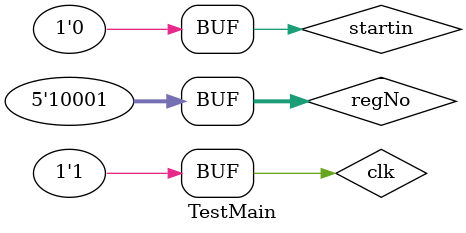
<source format=v>
`timescale 1ns / 1ps


module TestMain;

	// Inputs
	reg clk;
	reg startin;
	reg [4:0] regNo;

	// Outputs
	wire [31:0] val;

	// Instantiate the Unit Under Test (UUT)
	Main uut (
		.clk(clk), 
		.startin(startin), 
		.regNo(regNo), 
		.val(val)
	);

	initial begin
		// Initialize Inputs
		clk = 0;
		startin = 0;
		regNo = 0;

		// Wait 100 ns for global reset to finish
		#10;
        
		// Add stimulus here
		startin = 1;
		clk = 1;
		regNo = 5'b10001;
		#10;
		startin = 0;
		repeat(50)
		#10 clk = ~clk;

	end
      
endmodule


</source>
